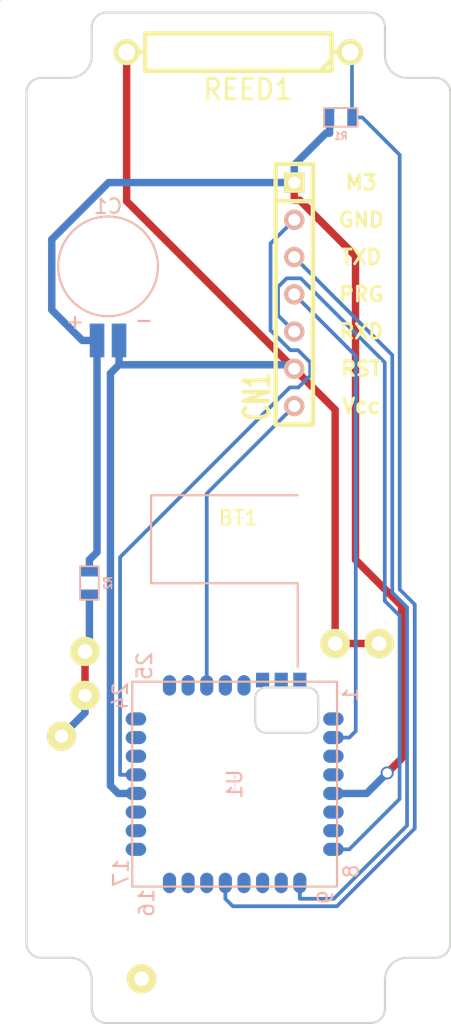
<source format=kicad_pcb>
(kicad_pcb (version 3) (host pcbnew "(2013-07-07 BZR 4022)-stable")

  (general
    (links 19)
    (no_connects 0)
    (area 25.6515 15.4915 56.689001 85.579001)
    (thickness 1)
    (drawings 8)
    (tracks 86)
    (zones 0)
    (modules 7)
    (nets 10)
  )

  (page A3)
  (layers
    (15 F.Cu signal)
    (0 B.Cu signal)
    (16 B.Adhes user)
    (17 F.Adhes user)
    (18 B.Paste user)
    (19 F.Paste user)
    (20 B.SilkS user)
    (21 F.SilkS user)
    (22 B.Mask user)
    (23 F.Mask user)
    (24 Dwgs.User user)
    (25 Cmts.User user)
    (26 Eco1.User user)
    (27 Eco2.User user)
    (28 Edge.Cuts user)
  )

  (setup
    (last_trace_width 0.254)
    (trace_clearance 0.254)
    (zone_clearance 0.508)
    (zone_45_only yes)
    (trace_min 0.254)
    (segment_width 0.2)
    (edge_width 0.1)
    (via_size 0.889)
    (via_drill 0.635)
    (via_min_size 0.889)
    (via_min_drill 0.508)
    (uvia_size 0.508)
    (uvia_drill 0.127)
    (uvias_allowed no)
    (uvia_min_size 0.508)
    (uvia_min_drill 0.127)
    (pcb_text_width 0.3)
    (pcb_text_size 1.5 1.5)
    (mod_edge_width 0.15)
    (mod_text_size 1 1)
    (mod_text_width 0.15)
    (pad_size 2 2)
    (pad_drill 1)
    (pad_to_mask_clearance 0)
    (aux_axis_origin 25.654 15.494)
    (visible_elements 7FFFFFFF)
    (pcbplotparams
      (layerselection 284983297)
      (usegerberextensions true)
      (excludeedgelayer true)
      (linewidth 0.150000)
      (plotframeref false)
      (viasonmask false)
      (mode 1)
      (useauxorigin true)
      (hpglpennumber 1)
      (hpglpenspeed 20)
      (hpglpendiameter 15)
      (hpglpenoverlay 2)
      (psnegative false)
      (psa4output false)
      (plotreference true)
      (plotvalue true)
      (plotothertext true)
      (plotinvisibletext false)
      (padsonsilk false)
      (subtractmaskfromsilk false)
      (outputformat 1)
      (mirror false)
      (drillshape 0)
      (scaleselection 1)
      (outputdirectory gerber/))
  )

  (net 0 "")
  (net 1 /CFG)
  (net 2 /DC3V)
  (net 3 /DOOR)
  (net 4 /PRG)
  (net 5 /RST)
  (net 6 /RX)
  (net 7 /TX)
  (net 8 GND)
  (net 9 VCC)

  (net_class Default "これは標準のネット クラスです。"
    (clearance 0.254)
    (trace_width 0.254)
    (via_dia 0.889)
    (via_drill 0.635)
    (uvia_dia 0.508)
    (uvia_drill 0.127)
    (add_net "")
    (add_net /CFG)
    (add_net /DOOR)
    (add_net /PRG)
    (add_net /RST)
    (add_net /RX)
    (add_net /TX)
  )

  (net_class power ""
    (clearance 0.254)
    (trace_width 0.508)
    (via_dia 0.889)
    (via_drill 0.635)
    (uvia_dia 0.508)
    (uvia_drill 0.127)
    (add_net /DC3V)
    (add_net GND)
    (add_net VCC)
  )

  (module SM0603 (layer B.Cu) (tedit 54BDE1DF) (tstamp 54BCC06E)
    (at 31.75 55.245 90)
    (path /54BCF561)
    (attr smd)
    (fp_text reference R2 (at 0 1.27 90) (layer B.SilkS)
      (effects (font (size 0.508 0.4572) (thickness 0.1143)) (justify mirror))
    )
    (fp_text value 75 (at 0 0 90) (layer B.SilkS) hide
      (effects (font (size 0.508 0.4572) (thickness 0.1143)) (justify mirror))
    )
    (fp_line (start -1.143 0.635) (end 1.143 0.635) (layer B.SilkS) (width 0.127))
    (fp_line (start 1.143 0.635) (end 1.143 -0.635) (layer B.SilkS) (width 0.127))
    (fp_line (start 1.143 -0.635) (end -1.143 -0.635) (layer B.SilkS) (width 0.127))
    (fp_line (start -1.143 -0.635) (end -1.143 0.635) (layer B.SilkS) (width 0.127))
    (pad 1 smd rect (at -0.762 0 90) (size 0.635 1.143)
      (layers B.Cu B.Paste B.Mask)
      (net 2 /DC3V)
    )
    (pad 2 smd rect (at 0.762 0 90) (size 0.635 1.143)
      (layers B.Cu B.Paste B.Mask)
      (net 9 VCC)
    )
    (model smd\resistors\R0603.wrl
      (at (xyz 0 0 0.001))
      (scale (xyz 0.5 0.5 0.5))
      (rotate (xyz 0 0 0))
    )
  )

  (module R6 (layer F.Cu) (tedit 54BDE258) (tstamp 54BDDF0A)
    (at 41.91 19.05 180)
    (descr "Resistance 6 pas")
    (tags R)
    (path /54360F03)
    (autoplace_cost180 10)
    (fp_text reference REED1 (at -0.635 -2.54 180) (layer F.SilkS)
      (effects (font (size 1.397 1.27) (thickness 0.2032)))
    )
    (fp_text value SPST (at 0.254 0 180) (layer F.SilkS) hide
      (effects (font (size 1.397 1.27) (thickness 0.2032)))
    )
    (fp_line (start -6.35 -1.27) (end 6.35 -1.27) (layer F.SilkS) (width 0.3048))
    (fp_line (start 6.35 -1.27) (end 6.35 1.27) (layer F.SilkS) (width 0.3048))
    (fp_line (start 6.35 1.27) (end -6.35 1.27) (layer F.SilkS) (width 0.3048))
    (fp_line (start 6.35 0) (end 7.62 0) (layer F.SilkS) (width 0.3048))
    (fp_line (start -7.62 0) (end -6.35 0) (layer F.SilkS) (width 0.3048))
    (fp_line (start -6.35 -0.508) (end -5.588 -1.27) (layer F.SilkS) (width 0.3048))
    (fp_line (start -6.35 -1.27) (end -6.35 1.27) (layer F.SilkS) (width 0.3048))
    (pad 1 thru_hole circle (at -7.62 0 180) (size 1.778 1.778) (drill 1.143)
      (layers *.Cu *.Mask F.SilkS)
      (net 3 /DOOR)
    )
    (pad 2 thru_hole circle (at 7.62 0 180) (size 1.778 1.778) (drill 1.143)
      (layers *.Cu *.Mask F.SilkS)
      (net 8 GND)
    )
    (model discret/resistor.wrl
      (at (xyz 0 0 0))
      (scale (xyz 0.6 0.6 0.6))
      (rotate (xyz 0 0 0))
    )
  )

  (module SM0603 (layer B.Cu) (tedit 54BDE21F) (tstamp 54BE46B7)
    (at 48.895 23.495 180)
    (path /54360F12)
    (attr smd)
    (fp_text reference R1 (at 0 -1.27 180) (layer B.SilkS)
      (effects (font (size 0.508 0.4572) (thickness 0.1143)) (justify mirror))
    )
    (fp_text value 2M (at 0 0 180) (layer B.SilkS) hide
      (effects (font (size 0.508 0.4572) (thickness 0.1143)) (justify mirror))
    )
    (fp_line (start -1.143 0.635) (end 1.143 0.635) (layer B.SilkS) (width 0.127))
    (fp_line (start 1.143 0.635) (end 1.143 -0.635) (layer B.SilkS) (width 0.127))
    (fp_line (start 1.143 -0.635) (end -1.143 -0.635) (layer B.SilkS) (width 0.127))
    (fp_line (start -1.143 -0.635) (end -1.143 0.635) (layer B.SilkS) (width 0.127))
    (pad 1 smd rect (at -0.762 0 180) (size 0.635 1.143)
      (layers B.Cu B.Paste B.Mask)
      (net 3 /DOOR)
    )
    (pad 2 smd rect (at 0.762 0 180) (size 0.635 1.143)
      (layers B.Cu B.Paste B.Mask)
      (net 9 VCC)
    )
    (model smd\resistors\R0603.wrl
      (at (xyz 0 0 0.001))
      (scale (xyz 0.5 0.5 0.5))
      (rotate (xyz 0 0 0))
    )
  )

  (module DCK-3R3E224-E (layer B.Cu) (tedit 54BDEAC7) (tstamp 54BCC099)
    (at 33.02 33.655 180)
    (path /54BDE16D)
    (fp_text reference C1 (at 0 4.1 180) (layer B.SilkS)
      (effects (font (size 1 1) (thickness 0.15)) (justify mirror))
    )
    (fp_text value 0.22 (at 0.2 -0.95 180) (layer B.SilkS) hide
      (effects (font (size 1 1) (thickness 0.15)) (justify mirror))
    )
    (fp_text user - (at -2.45 -3.65 180) (layer B.SilkS)
      (effects (font (size 1 1) (thickness 0.15)) (justify mirror))
    )
    (fp_text user + (at 2.25 -3.75 180) (layer B.SilkS)
      (effects (font (size 1 1) (thickness 0.15)) (justify mirror))
    )
    (fp_circle (center 0 0) (end 3.4 0) (layer B.SilkS) (width 0.15))
    (pad 1 smd rect (at 0.75 -5.05 180) (size 1 2.3)
      (layers B.Cu B.Paste B.Mask)
      (net 9 VCC)
    )
    (pad 2 smd rect (at -0.75 -5.05 180) (size 1 2.3)
      (layers B.Cu B.Paste B.Mask)
      (net 8 GND)
    )
    (model DCK-3R3E224-E.wrl
      (at (xyz 0 0 0))
      (scale (xyz 0.3937007874 0.3937007874 0.3937007874))
      (rotate (xyz 0 0 0))
    )
  )

  (module 2211R-07G-LP (layer F.Cu) (tedit 54BDDEA3) (tstamp 54BCC080)
    (at 45.72 35.56 270)
    (descr "Connecteur 7 pins")
    (tags "CONN DEV")
    (path /5486A17C)
    (fp_text reference CN1 (at 6.985 2.54 270) (layer F.SilkS)
      (effects (font (size 1.72974 1.08712) (thickness 0.27178)))
    )
    (fp_text value WRITER (at 0 -2.54 270) (layer F.SilkS) hide
      (effects (font (size 1.524 1.016) (thickness 0.3048)))
    )
    (fp_line (start -8.89 -1.27) (end -8.89 -1.27) (layer F.SilkS) (width 0.3048))
    (fp_line (start -8.89 -1.27) (end 8.89 -1.27) (layer F.SilkS) (width 0.3048))
    (fp_line (start 8.89 -1.27) (end 8.89 1.27) (layer F.SilkS) (width 0.3048))
    (fp_line (start 8.89 1.27) (end -8.89 1.27) (layer F.SilkS) (width 0.3048))
    (fp_line (start -8.89 1.27) (end -8.89 -1.27) (layer F.SilkS) (width 0.3048))
    (fp_line (start -6.35 1.27) (end -6.35 1.27) (layer F.SilkS) (width 0.3048))
    (fp_line (start -6.35 1.27) (end -6.35 -1.27) (layer F.SilkS) (width 0.3048))
    (pad 1 thru_hole rect (at -7.62 0 270) (size 1.397 1.397) (drill 0.8128)
      (layers *.Cu *.Mask F.SilkS)
      (net 9 VCC)
    )
    (pad 2 thru_hole circle (at -5.08 0 270) (size 1.397 1.397) (drill 0.8128)
      (layers *.Cu *.SilkS *.Mask)
      (net 5 /RST)
    )
    (pad 3 thru_hole circle (at -2.54 0 270) (size 1.397 1.397) (drill 0.8128)
      (layers *.Cu *.SilkS *.Mask)
      (net 6 /RX)
    )
    (pad 4 thru_hole circle (at 0 0 270) (size 1.397 1.397) (drill 0.8128)
      (layers *.Cu *.SilkS *.Mask)
      (net 4 /PRG)
    )
    (pad 5 thru_hole circle (at 2.54 0 270) (size 1.397 1.397) (drill 0.8128)
      (layers *.Cu *.SilkS *.Mask)
      (net 7 /TX)
    )
    (pad 6 thru_hole circle (at 5.08 0 270) (size 1.397 1.397) (drill 0.8128)
      (layers *.Cu *.SilkS *.Mask)
      (net 8 GND)
    )
    (pad 7 thru_hole circle (at 7.62 0 270) (size 1.397 1.397) (drill 0.8128)
      (layers *.Cu *.SilkS *.Mask)
      (net 1 /CFG)
    )
    (model 221R-07G-LP.wrl
      (at (xyz 0 0 0))
      (scale (xyz 0.393701 0.393701 0.393701))
      (rotate (xyz 0 0 0))
    )
  )

  (module PBCS-75 (layer F.Cu) (tedit 54BF9974) (tstamp 543B7AD5)
    (at 41.91 50.8)
    (path /543B60F0)
    (fp_text reference BT1 (at 0 0) (layer F.SilkS)
      (effects (font (size 1 1) (thickness 0.15)))
    )
    (fp_text value CR2032 (at 0 0) (layer F.SilkS)
      (effects (font (size 0.127 0.127) (thickness 0.000001)))
    )
    (fp_arc (start -11.5 -31.5) (end -10 -31.5) (angle 90) (layer Edge.Cuts) (width 0.15))
    (fp_line (start -10 -33.45) (end -10 -31.5) (layer Edge.Cuts) (width 0.15))
    (fp_arc (start -9 -33.45) (end -10 -33.45) (angle 90) (layer Edge.Cuts) (width 0.15))
    (fp_line (start -9 -34.45) (end 9 -34.45) (layer Edge.Cuts) (width 0.15))
    (fp_arc (start 9 -33.45) (end 9 -34.45) (angle 90) (layer Edge.Cuts) (width 0.15))
    (fp_line (start 10 -33.45) (end 10 -31.5) (layer Edge.Cuts) (width 0.15))
    (fp_arc (start 11.5 -31.5) (end 11.5 -30) (angle 90) (layer Edge.Cuts) (width 0.15))
    (fp_line (start 11.5 -30) (end 13.45 -30) (layer Edge.Cuts) (width 0.15))
    (fp_arc (start 13.45 -29) (end 13.45 -30) (angle 90) (layer Edge.Cuts) (width 0.15))
    (fp_line (start 14.45 -29) (end 14.45 29) (layer Edge.Cuts) (width 0.15))
    (fp_arc (start 13.45 29) (end 14.45 29) (angle 90) (layer Edge.Cuts) (width 0.15))
    (fp_line (start 11.5 30) (end 13.45 30) (layer Edge.Cuts) (width 0.15))
    (fp_arc (start 11.5 31.5) (end 10 31.5) (angle 90) (layer Edge.Cuts) (width 0.15))
    (fp_line (start 10 31.5) (end 10 33.45) (layer Edge.Cuts) (width 0.15))
    (fp_arc (start 9 33.45) (end 10 33.45) (angle 90) (layer Edge.Cuts) (width 0.15))
    (fp_line (start -9 34.45) (end 9 34.45) (layer Edge.Cuts) (width 0.15))
    (fp_arc (start -9 33.45) (end -9 34.45) (angle 90) (layer Edge.Cuts) (width 0.15))
    (fp_line (start -10 31.5) (end -10 33.45) (layer Edge.Cuts) (width 0.15))
    (fp_arc (start -11.5 31.5) (end -11.5 30) (angle 90) (layer Edge.Cuts) (width 0.15))
    (fp_line (start -13.45 30) (end -11.5 30) (layer Edge.Cuts) (width 0.15))
    (fp_arc (start -13.45 29) (end -13.45 30) (angle 90) (layer Edge.Cuts) (width 0.15))
    (fp_line (start -14.45 -29) (end -14.45 29) (layer Edge.Cuts) (width 0.15))
    (fp_arc (start -13.45 -29) (end -14.45 -29) (angle 90) (layer Edge.Cuts) (width 0.15))
    (fp_line (start -13.45 -30) (end -11.5 -30) (layer Edge.Cuts) (width 0.15))
    (pad 1 thru_hole circle (at -10.46 9.11) (size 2 2) (drill 1)
      (layers *.Cu *.Mask F.SilkS)
      (net 2 /DC3V)
    )
    (pad 1 thru_hole circle (at -10.46 12.11) (size 2 2) (drill 0.9)
      (layers *.Cu *.Mask F.SilkS)
      (net 2 /DC3V)
    )
    (pad 1 thru_hole circle (at -12.06 14.89) (size 2 2) (drill 0.9)
      (layers *.Cu *.Mask F.SilkS)
      (net 2 /DC3V)
    )
    (pad 2 thru_hole circle (at 6.6 8.57) (size 2 2) (drill 1)
      (layers *.Cu *.Mask F.SilkS)
      (net 8 GND)
    )
    (pad 2 thru_hole circle (at 9.6 8.57) (size 2 2) (drill 1)
      (layers *.Cu *.Mask F.SilkS)
      (net 8 GND)
    )
    (pad "" thru_hole circle (at -6.6 31.43) (size 2 2) (drill 1)
      (layers *.Cu *.Mask F.SilkS)
    )
    (pad "" np_thru_hole circle (at 12.45 28) (size 1.7 1.7) (drill 1.7)
      (layers *.Cu *.Mask F.SilkS)
    )
    (pad "" np_thru_hole circle (at -12.45 28) (size 1.7 1.7) (drill 1.7)
      (layers *.Cu *.Mask F.SilkS)
    )
    (pad "" np_thru_hole circle (at 12.45 0) (size 1.7 1.7) (drill 1.7)
      (layers *.Cu *.Mask F.SilkS)
    )
    (pad "" np_thru_hole circle (at -12.45 0) (size 1.7 1.7) (drill 1.7)
      (layers *.Cu *.Mask F.SilkS)
    )
    (pad "" np_thru_hole circle (at -12.45 -28) (size 1.7 1.7) (drill 1.7)
      (layers *.Cu *.Mask F.SilkS)
    )
    (pad "" np_thru_hole circle (at 12.45 -28) (size 1.7 1.7) (drill 1.7)
      (layers *.Cu *.Mask F.SilkS)
    )
    (model CSPB-75.wrl
      (at (xyz 0 0 0))
      (scale (xyz 0.393701 0.393701 0.393701))
      (rotate (xyz 0 0 0))
    )
    (model CS75Upper.wrl
      (at (xyz 0 0 0))
      (scale (xyz 0.393701 0.393701 0.393701))
      (rotate (xyz 0 0 0))
    )
  )

  (module TWE-001L-SMD (layer B.Cu) (tedit 54BDDB21) (tstamp 543B7A93)
    (at 41.656 68.961 270)
    (path /5436A16D)
    (fp_text reference U1 (at 0 0 270) (layer B.SilkS)
      (effects (font (size 1 1) (thickness 0.15)) (justify mirror))
    )
    (fp_text value TWE-Lite_SMD (at 0 0 270) (layer B.SilkS)
      (effects (font (size 0.127 0.127) (thickness 0.000001)) (justify mirror))
    )
    (fp_text user 25 (at -8.05 6.15 270) (layer B.SilkS)
      (effects (font (size 1 1) (thickness 0.15)) (justify mirror))
    )
    (fp_text user 24 (at -6 7.8 270) (layer B.SilkS)
      (effects (font (size 1 1) (thickness 0.15)) (justify mirror))
    )
    (fp_text user 17 (at 6.05 7.75 270) (layer B.SilkS)
      (effects (font (size 1 1) (thickness 0.15)) (justify mirror))
    )
    (fp_text user 16 (at 8.1 6 270) (layer B.SilkS)
      (effects (font (size 1 1) (thickness 0.15)) (justify mirror))
    )
    (fp_text user 9 (at 7.7 -6.2 270) (layer B.SilkS)
      (effects (font (size 1 1) (thickness 0.15)) (justify mirror))
    )
    (fp_text user 8 (at 5.95 -7.95 270) (layer B.SilkS)
      (effects (font (size 1 1) (thickness 0.15)) (justify mirror))
    )
    (fp_text user 1 (at -6.1 -7.9 270) (layer B.SilkS)
      (effects (font (size 1 1) (thickness 0.15)) (justify mirror))
    )
    (fp_arc (start -4.25 -4.95) (end -3.5 -4.95) (angle -90) (layer Edge.Cuts) (width 0.15))
    (fp_line (start -5.85 -5.7) (end -4.25 -5.7) (layer Edge.Cuts) (width 0.15))
    (fp_arc (start -5.85 -4.95) (end -5.85 -5.7) (angle -90) (layer Edge.Cuts) (width 0.15))
    (fp_line (start -6.6 -2.15) (end -6.6 -4.95) (layer Edge.Cuts) (width 0.15))
    (fp_arc (start -5.85 -2.15) (end -6.6 -2.15) (angle -90) (layer Edge.Cuts) (width 0.15))
    (fp_line (start -5.85 -1.4) (end -4.25 -1.4) (layer Edge.Cuts) (width 0.15))
    (fp_arc (start -4.25 -2.15) (end -4.25 -1.4) (angle -90) (layer Edge.Cuts) (width 0.15))
    (fp_line (start -3.5 -2.15) (end -3.5 -4.95) (layer Edge.Cuts) (width 0.15))
    (fp_line (start -6.985 6.985) (end -6.985 -6.985) (layer B.SilkS) (width 0.15))
    (fp_line (start -6.985 -6.985) (end 6.985 -6.985) (layer B.SilkS) (width 0.15))
    (fp_line (start 6.985 -6.985) (end 6.985 6.985) (layer B.SilkS) (width 0.15))
    (fp_line (start 6.985 6.985) (end -6.985 6.985) (layer B.SilkS) (width 0.15))
    (fp_line (start -8 -4.3) (end -13.7 -4.3) (layer B.SilkS) (width 0.15))
    (fp_line (start -13.7 -4.3) (end -13.7 5.7) (layer B.SilkS) (width 0.15))
    (fp_line (start -13.7 5.7) (end -19.7 5.7) (layer B.SilkS) (width 0.15))
    (fp_line (start -19.7 5.7) (end -19.7 -4.3) (layer B.SilkS) (width 0.15))
    (pad 1 smd oval (at -4.445 -6.735 270) (size 0.9 1.4)
      (layers B.Cu B.Paste B.Mask)
    )
    (pad 2 smd oval (at -3.175 -6.735 270) (size 0.9 1.4)
      (layers B.Cu B.Paste B.Mask)
      (net 4 /PRG)
    )
    (pad 3 smd oval (at -1.905 -6.735 270) (size 0.9 1.4)
      (layers B.Cu B.Paste B.Mask)
    )
    (pad 4 smd oval (at -0.635 -6.735 270) (size 0.9 1.4)
      (layers B.Cu B.Paste B.Mask)
    )
    (pad 5 smd oval (at 0.635 -6.735 270) (size 0.9 1.4)
      (layers B.Cu B.Paste B.Mask)
      (net 9 VCC)
    )
    (pad 6 smd oval (at 1.905 -6.735 270) (size 0.9 1.4)
      (layers B.Cu B.Paste B.Mask)
    )
    (pad 7 smd oval (at 3.175 -6.735 270) (size 0.9 1.4)
      (layers B.Cu B.Paste B.Mask)
    )
    (pad 8 smd oval (at 4.445 -6.735 270) (size 0.9 1.4)
      (layers B.Cu B.Paste B.Mask)
      (net 7 /TX)
    )
    (pad 9 smd oval (at 6.735 -4.445 180) (size 0.9 1.4)
      (layers B.Cu B.Paste B.Mask)
      (net 6 /RX)
    )
    (pad 10 smd oval (at 6.735 -3.175 180) (size 0.9 1.4)
      (layers B.Cu B.Paste B.Mask)
    )
    (pad 11 smd oval (at 6.735 -1.905 180) (size 0.9 1.4)
      (layers B.Cu B.Paste B.Mask)
    )
    (pad 12 smd oval (at 6.735 -0.635 180) (size 0.9 1.4)
      (layers B.Cu B.Paste B.Mask)
    )
    (pad 13 smd oval (at 6.735 0.635 180) (size 0.9 1.4)
      (layers B.Cu B.Paste B.Mask)
      (net 3 /DOOR)
    )
    (pad 14 smd oval (at 6.735 1.905 180) (size 0.9 1.4)
      (layers B.Cu B.Paste B.Mask)
    )
    (pad 15 smd oval (at 6.735 3.175 180) (size 0.9 1.4)
      (layers B.Cu B.Paste B.Mask)
    )
    (pad 16 smd oval (at 6.735 4.445 180) (size 0.9 1.4)
      (layers B.Cu B.Paste B.Mask)
    )
    (pad 17 smd oval (at 4.445 6.735 270) (size 0.9 1.4)
      (layers B.Cu B.Paste B.Mask)
    )
    (pad 18 smd oval (at 3.175 6.735 270) (size 0.9 1.4)
      (layers B.Cu B.Paste B.Mask)
    )
    (pad 19 smd oval (at 1.905 6.735 270) (size 0.9 1.4)
      (layers B.Cu B.Paste B.Mask)
    )
    (pad 20 smd oval (at 0.635 6.735 270) (size 0.9 1.4)
      (layers B.Cu B.Paste B.Mask)
      (net 8 GND)
    )
    (pad 21 smd oval (at -0.635 6.735 270) (size 0.9 1.4)
      (layers B.Cu B.Paste B.Mask)
      (net 5 /RST)
    )
    (pad 22 smd oval (at -1.905 6.735 270) (size 0.9 1.4)
      (layers B.Cu B.Paste B.Mask)
    )
    (pad 23 smd oval (at -3.175 6.735 270) (size 0.9 1.4)
      (layers B.Cu B.Paste B.Mask)
    )
    (pad 24 smd oval (at -4.445 6.735 270) (size 0.9 1.4)
      (layers B.Cu B.Paste B.Mask)
    )
    (pad 25 smd oval (at -6.735 4.445 180) (size 0.9 1.4)
      (layers B.Cu B.Paste B.Mask)
    )
    (pad 26 smd oval (at -6.735 3.175 180) (size 0.9 1.4)
      (layers B.Cu B.Paste B.Mask)
    )
    (pad 27 smd oval (at -6.735 1.905 180) (size 0.9 1.4)
      (layers B.Cu B.Paste B.Mask)
      (net 1 /CFG)
    )
    (pad 28 smd oval (at -6.735 0.635 180) (size 0.9 1.4)
      (layers B.Cu B.Paste B.Mask)
    )
    (pad 29 smd oval (at -6.735 -0.635 180) (size 0.9 1.4)
      (layers B.Cu B.Paste B.Mask)
    )
    (pad 30 smd rect (at -7.1 -1.905 180) (size 0.9 1)
      (layers B.Cu B.Paste B.Mask)
    )
    (pad 31 smd rect (at -7.1 -3.175 180) (size 0.9 1)
      (layers B.Cu B.Paste B.Mask)
    )
    (pad 32 smd rect (at -7.1 -4.445 180) (size 0.9 1)
      (layers B.Cu B.Paste B.Mask)
    )
    (model TWE-001L-SMD.wrl
      (at (xyz 0 0 0))
      (scale (xyz 0.393701 0.393701 0.393701))
      (rotate (xyz 0 0 0))
    )
  )

  (target plus (at 25.654 15.494) (size 0.005) (width 0.1) (layer Edge.Cuts))
  (gr_text M3 (at 50.292 27.94) (layer F.SilkS)
    (effects (font (size 1 1) (thickness 0.2)))
  )
  (gr_text TXD (at 50.292 33.02) (layer F.SilkS)
    (effects (font (size 1 1) (thickness 0.2)))
  )
  (gr_text PRG (at 50.292 35.56) (layer F.SilkS)
    (effects (font (size 1 1) (thickness 0.2)))
  )
  (gr_text RXD (at 50.292 38.1) (layer F.SilkS)
    (effects (font (size 1 1) (thickness 0.2)))
  )
  (gr_text RST (at 50.292 40.64) (layer F.SilkS)
    (effects (font (size 1 1) (thickness 0.2)))
  )
  (gr_text GND (at 50.292 30.48) (layer F.SilkS)
    (effects (font (size 1 1) (thickness 0.2)))
  )
  (gr_text Vcc (at 50.292 43.18) (layer F.SilkS)
    (effects (font (size 1 1) (thickness 0.2)))
  )

  (segment (start 39.751 49.149) (end 45.72 43.18) (width 0.254) (layer B.Cu) (net 1))
  (segment (start 39.751 62.226) (end 39.751 49.149) (width 0.254) (layer B.Cu) (net 1))
  (segment (start 31.45 62.91) (end 31.45 59.91) (width 0.508) (layer F.Cu) (net 2))
  (segment (start 31.75 59.61) (end 31.75 56.007) (width 0.508) (layer B.Cu) (net 2))
  (segment (start 31.45 59.91) (end 31.75 59.61) (width 0.508) (layer B.Cu) (net 2))
  (segment (start 31.45 64.09) (end 31.45 62.91) (width 0.508) (layer B.Cu) (net 2))
  (segment (start 29.85 65.69) (end 31.45 64.09) (width 0.508) (layer B.Cu) (net 2))
  (segment (start 49.657 19.177) (end 49.657 23.495) (width 0.254) (layer B.Cu) (net 3))
  (segment (start 49.53 19.05) (end 49.657 19.177) (width 0.254) (layer B.Cu) (net 3))
  (segment (start 41.021 75.696) (end 41.021 76.7773) (width 0.254) (layer B.Cu) (net 3))
  (segment (start 49.657 23.495) (end 50.3558 23.495) (width 0.254) (layer B.Cu) (net 3))
  (segment (start 52.9116 26.0508) (end 50.3558 23.495) (width 0.254) (layer B.Cu) (net 3))
  (segment (start 52.9116 55.6836) (end 52.9116 26.0508) (width 0.254) (layer B.Cu) (net 3))
  (segment (start 53.9389 56.7109) (end 52.9116 55.6836) (width 0.254) (layer B.Cu) (net 3))
  (segment (start 53.9389 71.9772) (end 53.9389 56.7109) (width 0.254) (layer B.Cu) (net 3))
  (segment (start 48.6305 77.2856) (end 53.9389 71.9772) (width 0.254) (layer B.Cu) (net 3))
  (segment (start 41.5293 77.2856) (end 48.6305 77.2856) (width 0.254) (layer B.Cu) (net 3))
  (segment (start 41.021 76.7773) (end 41.5293 77.2856) (width 0.254) (layer B.Cu) (net 3))
  (segment (start 49.914 39.754) (end 45.72 35.56) (width 0.254) (layer B.Cu) (net 4))
  (segment (start 49.914 65.3443) (end 49.914 39.754) (width 0.254) (layer B.Cu) (net 4))
  (segment (start 49.4723 65.786) (end 49.914 65.3443) (width 0.254) (layer B.Cu) (net 4))
  (segment (start 48.391 65.786) (end 49.4723 65.786) (width 0.254) (layer B.Cu) (net 4))
  (segment (start 44.1043 32.0957) (end 45.72 30.48) (width 0.254) (layer B.Cu) (net 5))
  (segment (start 44.1043 38.0211) (end 44.1043 32.0957) (width 0.254) (layer B.Cu) (net 5))
  (segment (start 45.4532 39.37) (end 44.1043 38.0211) (width 0.254) (layer B.Cu) (net 5))
  (segment (start 45.9799 39.37) (end 45.4532 39.37) (width 0.254) (layer B.Cu) (net 5))
  (segment (start 46.8083 40.1984) (end 45.9799 39.37) (width 0.254) (layer B.Cu) (net 5))
  (segment (start 46.8083 41.1026) (end 46.8083 40.1984) (width 0.254) (layer B.Cu) (net 5))
  (segment (start 46.0009 41.91) (end 46.8083 41.1026) (width 0.254) (layer B.Cu) (net 5))
  (segment (start 45.4153 41.91) (end 46.0009 41.91) (width 0.254) (layer B.Cu) (net 5))
  (segment (start 33.8397 53.4856) (end 45.4153 41.91) (width 0.254) (layer B.Cu) (net 5))
  (segment (start 33.8397 68.326) (end 33.8397 53.4856) (width 0.254) (layer B.Cu) (net 5))
  (segment (start 34.921 68.326) (end 33.8397 68.326) (width 0.254) (layer B.Cu) (net 5))
  (segment (start 46.101 75.696) (end 46.101 76.7773) (width 0.254) (layer B.Cu) (net 6))
  (segment (start 52.4032 39.7032) (end 45.72 33.02) (width 0.254) (layer B.Cu) (net 6))
  (segment (start 52.4032 55.8941) (end 52.4032 39.7032) (width 0.254) (layer B.Cu) (net 6))
  (segment (start 53.4136 56.9045) (end 52.4032 55.8941) (width 0.254) (layer B.Cu) (net 6))
  (segment (start 53.4136 71.7835) (end 53.4136 56.9045) (width 0.254) (layer B.Cu) (net 6))
  (segment (start 48.4198 76.7773) (end 53.4136 71.7835) (width 0.254) (layer B.Cu) (net 6))
  (segment (start 46.101 76.7773) (end 48.4198 76.7773) (width 0.254) (layer B.Cu) (net 6))
  (segment (start 44.6139 36.9939) (end 45.72 38.1) (width 0.254) (layer B.Cu) (net 7))
  (segment (start 44.6139 35.0571) (end 44.6139 36.9939) (width 0.254) (layer B.Cu) (net 7))
  (segment (start 45.2012 34.4698) (end 44.6139 35.0571) (width 0.254) (layer B.Cu) (net 7))
  (segment (start 46.1576 34.4698) (end 45.2012 34.4698) (width 0.254) (layer B.Cu) (net 7))
  (segment (start 51.8949 40.2071) (end 46.1576 34.4698) (width 0.254) (layer B.Cu) (net 7))
  (segment (start 51.8949 56.4639) (end 51.8949 40.2071) (width 0.254) (layer B.Cu) (net 7))
  (segment (start 52.9052 57.4742) (end 51.8949 56.4639) (width 0.254) (layer B.Cu) (net 7))
  (segment (start 52.9052 69.9731) (end 52.9052 57.4742) (width 0.254) (layer B.Cu) (net 7))
  (segment (start 49.4723 73.406) (end 52.9052 69.9731) (width 0.254) (layer B.Cu) (net 7))
  (segment (start 48.391 73.406) (end 49.4723 73.406) (width 0.254) (layer B.Cu) (net 7))
  (segment (start 48.51 59.37) (end 51.51 59.37) (width 0.508) (layer F.Cu) (net 8))
  (segment (start 33.1825 40.9508) (end 33.77 40.3633) (width 0.508) (layer B.Cu) (net 8))
  (segment (start 33.1825 69.0658) (end 33.1825 40.9508) (width 0.508) (layer B.Cu) (net 8))
  (segment (start 33.7127 69.596) (end 33.1825 69.0658) (width 0.508) (layer B.Cu) (net 8))
  (segment (start 34.921 69.596) (end 33.7127 69.596) (width 0.508) (layer B.Cu) (net 8))
  (segment (start 33.77 38.705) (end 33.77 40.3633) (width 0.508) (layer B.Cu) (net 8))
  (segment (start 45.4433 40.3633) (end 33.77 40.3633) (width 0.508) (layer B.Cu) (net 8))
  (segment (start 45.72 40.64) (end 45.4433 40.3633) (width 0.508) (layer B.Cu) (net 8))
  (segment (start 34.29 29.21) (end 45.72 40.64) (width 0.508) (layer F.Cu) (net 8))
  (segment (start 34.29 19.05) (end 34.29 29.21) (width 0.508) (layer F.Cu) (net 8))
  (segment (start 48.51 43.43) (end 48.51 59.37) (width 0.508) (layer F.Cu) (net 8))
  (segment (start 45.72 40.64) (end 48.51 43.43) (width 0.508) (layer F.Cu) (net 8))
  (via (at 52.0595 68.1954) (size 0.889) (layers F.Cu B.Cu) (net 9))
  (segment (start 47.8784 24.5748) (end 48.133 24.5748) (width 0.508) (layer B.Cu) (net 9))
  (segment (start 45.72 26.7332) (end 47.8784 24.5748) (width 0.508) (layer B.Cu) (net 9))
  (segment (start 48.133 23.495) (end 48.133 24.5748) (width 0.508) (layer B.Cu) (net 9))
  (segment (start 45.72 27.2657) (end 45.72 26.7332) (width 0.508) (layer B.Cu) (net 9))
  (segment (start 45.72 27.94) (end 45.72 29.1468) (width 0.508) (layer F.Cu) (net 9))
  (segment (start 32.27 38.705) (end 32.27 40.3633) (width 0.508) (layer B.Cu) (net 9))
  (segment (start 31.75 54.483) (end 31.75 53.6572) (width 0.508) (layer B.Cu) (net 9))
  (segment (start 32.27 53.1372) (end 31.75 53.6572) (width 0.508) (layer B.Cu) (net 9))
  (segment (start 32.27 40.3633) (end 32.27 53.1372) (width 0.508) (layer B.Cu) (net 9))
  (segment (start 50.6589 69.596) (end 52.0595 68.1954) (width 0.508) (layer B.Cu) (net 9))
  (segment (start 48.391 69.596) (end 50.6589 69.596) (width 0.508) (layer B.Cu) (net 9))
  (segment (start 46.0971 29.1468) (end 45.72 29.1468) (width 0.508) (layer F.Cu) (net 9))
  (segment (start 49.8985 32.9482) (end 46.0971 29.1468) (width 0.508) (layer F.Cu) (net 9))
  (segment (start 49.8985 53.6602) (end 49.8985 32.9482) (width 0.508) (layer F.Cu) (net 9))
  (segment (start 53.0451 56.8068) (end 49.8985 53.6602) (width 0.508) (layer F.Cu) (net 9))
  (segment (start 53.0451 67.2098) (end 53.0451 56.8068) (width 0.508) (layer F.Cu) (net 9))
  (segment (start 52.0595 68.1954) (end 53.0451 67.2098) (width 0.508) (layer F.Cu) (net 9))
  (segment (start 45.72 27.2657) (end 45.72 27.94) (width 0.508) (layer B.Cu) (net 9))
  (segment (start 32.27 38.705) (end 31.2617 38.705) (width 0.508) (layer B.Cu) (net 9))
  (segment (start 29.1817 36.625) (end 31.2617 38.705) (width 0.508) (layer B.Cu) (net 9))
  (segment (start 29.1817 31.8137) (end 29.1817 36.625) (width 0.508) (layer B.Cu) (net 9))
  (segment (start 33.0554 27.94) (end 29.1817 31.8137) (width 0.508) (layer B.Cu) (net 9))
  (segment (start 45.72 27.94) (end 33.0554 27.94) (width 0.508) (layer B.Cu) (net 9))

  (zone (net 0) (net_name "") (layer B.Cu) (tstamp 54C11022) (hatch edge 0.508)
    (connect_pads (clearance 0.508))
    (min_thickness 0.254)
    (keepout (tracks not_allowed) (vias not_allowed) (copperpour allowed))
    (fill (arc_segments 16) (thermal_gap 0.508) (thermal_bridge_width 0.508))
    (polygon
      (pts
        (xy 29.718 32.258) (xy 29.718 35.306) (xy 31.75 37.338) (xy 34.29 37.338) (xy 36.322 35.306)
        (xy 36.322 32.258) (xy 34.036 30.226) (xy 31.496 30.226) (xy 29.718 32.004) (xy 29.718 32.258)
      )
    )
  )
  (zone (net 0) (net_name "") (layer F.Cu) (tstamp 54BDF4C6) (hatch edge 0.508)
    (connect_pads (clearance 0.508))
    (min_thickness 0.254)
    (keepout (tracks not_allowed) (vias not_allowed) (copperpour allowed))
    (fill (arc_segments 16) (thermal_gap 0.508) (thermal_bridge_width 0.508))
    (polygon
      (pts
        (xy 49.022 24.003) (xy 48.768 24.003) (xy 48.768 22.987) (xy 49.022 22.987)
      )
    )
  )
  (zone (net 0) (net_name "") (layer B.Cu) (tstamp 54C10FF3) (hatch edge 0.508)
    (connect_pads (clearance 0.508))
    (min_thickness 0.254)
    (keepout (tracks not_allowed) (vias not_allowed) (copperpour allowed))
    (fill (arc_segments 16) (thermal_gap 0.508) (thermal_bridge_width 0.508))
    (polygon
      (pts
        (xy 48.641 75.946) (xy 46.863 75.946) (xy 46.863 74.803) (xy 36.449 74.803) (xy 36.449 75.946)
        (xy 34.671 75.946) (xy 34.671 74.041) (xy 35.814 74.041) (xy 35.814 63.754) (xy 34.671 63.754)
        (xy 34.671 61.976) (xy 36.576 61.976) (xy 36.576 63.119) (xy 46.736 63.119) (xy 46.736 61.976)
        (xy 48.641 61.976) (xy 48.641 63.881) (xy 47.498 63.881) (xy 47.498 74.168) (xy 48.641 74.168)
      )
    )
  )
)

</source>
